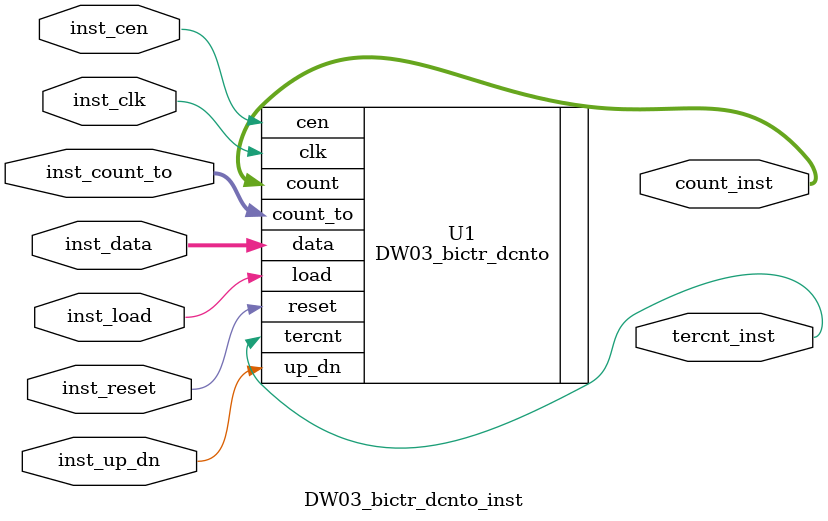
<source format=v>
module DW03_bictr_dcnto_inst( inst_data, inst_count_to, inst_up_dn, 
                              inst_load, inst_cen, inst_clk, inst_reset,
                              count_inst, tercnt_inst );

  parameter width = 8;

  input [width-1 : 0] inst_data;
  input [width-1 : 0] inst_count_to;
  input inst_up_dn;
  input inst_load;
  input inst_cen;
  input inst_clk;
  input inst_reset;
  output [width-1 : 0] count_inst;
  output tercnt_inst;

  // Instance of DW03_bictr_dcnto
    DW03_bictr_dcnto #(width)
      U1 ( .data(inst_data), .count_to(inst_count_to), .up_dn(inst_up_dn),            .load(inst_load), .cen(inst_cen), .clk(inst_clk),
           .reset(inst_reset), .count(count_inst), .tercnt(tercnt_inst) );
endmodule


</source>
